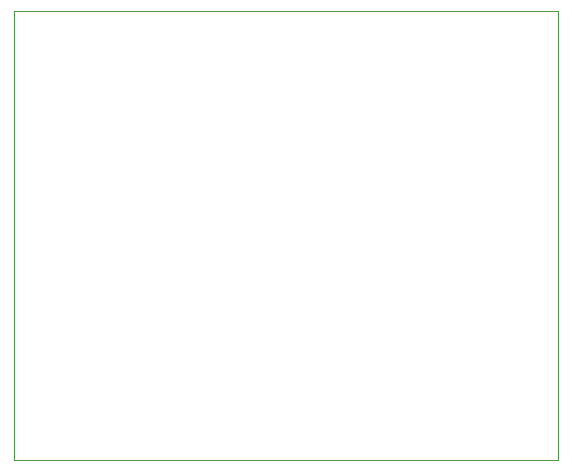
<source format=gbr>
%TF.GenerationSoftware,KiCad,Pcbnew,7.0.8*%
%TF.CreationDate,2023-11-29T21:04:09-06:00*%
%TF.ProjectId,Clock1_v2,436c6f63-6b31-45f7-9632-2e6b69636164,rev?*%
%TF.SameCoordinates,Original*%
%TF.FileFunction,Profile,NP*%
%FSLAX46Y46*%
G04 Gerber Fmt 4.6, Leading zero omitted, Abs format (unit mm)*
G04 Created by KiCad (PCBNEW 7.0.8) date 2023-11-29 21:04:09*
%MOMM*%
%LPD*%
G01*
G04 APERTURE LIST*
%TA.AperFunction,Profile*%
%ADD10C,0.100000*%
%TD*%
G04 APERTURE END LIST*
D10*
X100800000Y-79000000D02*
X146800000Y-79000000D01*
X146800000Y-117000000D01*
X100800000Y-117000000D01*
X100800000Y-79000000D01*
M02*

</source>
